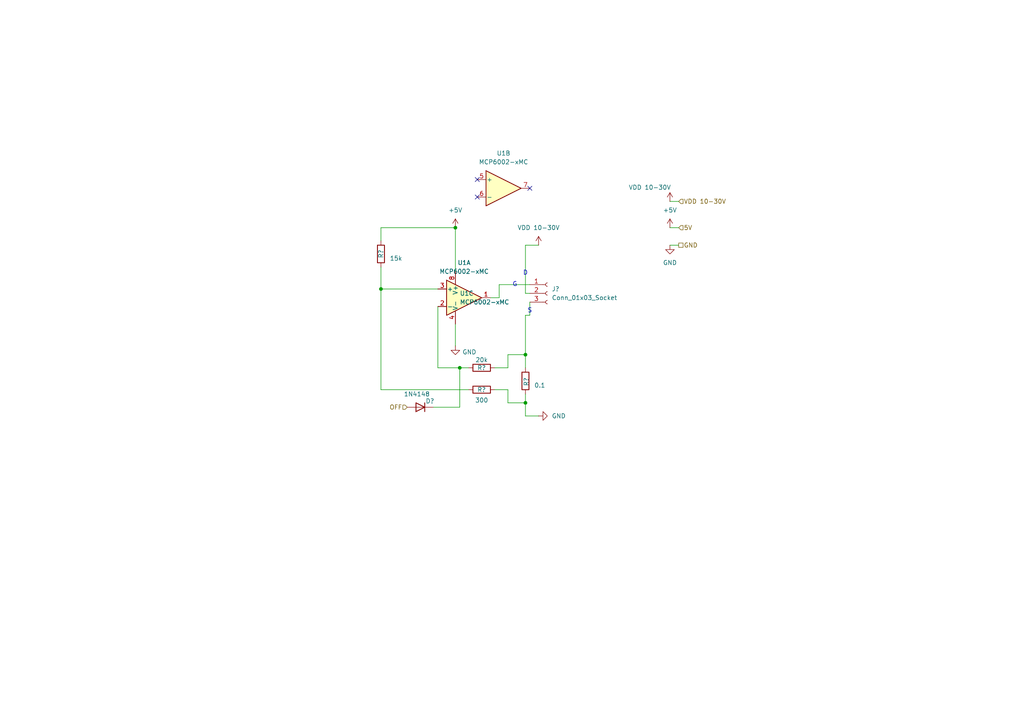
<source format=kicad_sch>
(kicad_sch (version 20231120) (generator "eeschema") (generator_version "8.0")
  (paper "A4")
  (lib_symbols
    (symbol "Amplifier_Operational:MCP6002-xMC" (pin_names (offset 0.127))
      (property "Reference" "U" (at 0 5.08 0))
      (property "Value" "MCP6002-xMC" (at 0 -5.08 0))
      (symbol "MCP6002-xMC_1_1"
        (polyline (pts (xy -5.08 5.08) (xy 5.08 0) (xy -5.08 -5.08) (xy -5.08 5.08)) (stroke (width 0.254)) (fill (type background)))
        (pin output line (at 7.62 0 180) (length 2.54) (name "~") (number "1"))
        (pin input line (at -7.62 -2.54 0) (length 2.54) (name "-") (number "2"))
        (pin input line (at -7.62 2.54 0) (length 2.54) (name "+") (number "3"))
      )
      (symbol "MCP6002-xMC_2_1"
        (polyline (pts (xy -5.08 5.08) (xy 5.08 0) (xy -5.08 -5.08) (xy -5.08 5.08)) (stroke (width 0.254)) (fill (type background)))
        (pin input line (at -7.62 2.54 0) (length 2.54) (name "+") (number "5"))
        (pin input line (at -7.62 -2.54 0) (length 2.54) (name "-") (number "6"))
        (pin output line (at 7.62 0 180) (length 2.54) (name "~") (number "7"))
      )
      (symbol "MCP6002-xMC_3_1"
        (pin power_in line (at -2.54 -7.62 90) (length 3.81) (name "V-") (number "4"))
        (pin power_in line (at -2.54 7.62 270) (length 3.81) (name "V+") (number "8"))
        (pin passive line (at -2.54 -7.62 90) (length 3.81) hide (name "V-") (number "9"))
      )
    )
    (symbol "Connector:Conn_01x03_Socket" (pin_names (offset 1.016) hide)
      (property "Reference" "J" (at 0 5.08 0))
      (property "Value" "Conn_01x03_Socket" (at 0 -5.08 0))
      (symbol "Conn_01x03_Socket_1_1"
        (arc (start 0 -2.032) (mid -0.5058 -2.54) (end 0 -3.048) (stroke (width 0.1524)))
        (polyline (pts (xy -1.27 -2.54) (xy -0.508 -2.54)) (stroke (width 0.1524)))
        (polyline (pts (xy -1.27 0) (xy -0.508 0)) (stroke (width 0.1524)))
        (polyline (pts (xy -1.27 2.54) (xy -0.508 2.54)) (stroke (width 0.1524)))
        (arc (start 0 0.508) (mid -0.5058 0) (end 0 -0.508) (stroke (width 0.1524)))
        (arc (start 0 3.048) (mid -0.5058 2.54) (end 0 2.032) (stroke (width 0.1524)))
        (pin passive line (at -5.08 2.54 0) (length 3.81) (name "Pin_1") (number "1"))
        (pin passive line (at -5.08 0 0) (length 3.81) (name "Pin_2") (number "2"))
        (pin passive line (at -5.08 -2.54 0) (length 3.81) (name "Pin_3") (number "3"))
      )
    )
    (symbol "Device:R" (pin_numbers hide) (pin_names (offset 0))
      (property "Reference" "R" (at 2.032 0 90))
      (property "Value" "R" (at 0 0 90))
      (symbol "R_0_1"
        (rectangle (start -1.016 -2.54) (end 1.016 2.54) (stroke (width 0.254)))
      )
      (symbol "R_1_1"
        (pin passive line (at 0 3.81 270) (length 1.27) (name "~") (number "1"))
        (pin passive line (at 0 -3.81 90) (length 1.27) (name "~") (number "2"))
      )
    )
    (symbol "Diode:1N4148" (pin_numbers hide) (pin_names hide)
      (property "Reference" "D" (at 0 2.54 0))
      (property "Value" "1N4148" (at 0 -2.54 0))
      (symbol "1N4148_0_1"
        (polyline (pts (xy -1.27 1.27) (xy -1.27 -1.27)) (stroke (width 0.254)))
        (polyline (pts (xy 1.27 0) (xy -1.27 0)))
        (polyline (pts (xy 1.27 1.27) (xy 1.27 -1.27) (xy -1.27 0) (xy 1.27 1.27)) (stroke (width 0.254)))
      )
      (symbol "1N4148_1_1"
        (pin passive line (at -3.81 0 0) (length 2.54) (name "K") (number "1"))
        (pin passive line (at 3.81 0 180) (length 2.54) (name "A") (number "2"))
      )
    )
    (symbol "power:+5V" (power) (pin_numbers hide) (pin_names (offset 0) hide)
      (property "Value" "+5V" (at 0 3.556 0))
      (symbol "+5V_0_1"
        (polyline (pts (xy -0.762 1.27) (xy 0 2.54)))
        (polyline (pts (xy 0 0) (xy 0 2.54)))
        (polyline (pts (xy 0 2.54) (xy 0.762 1.27)))
      )
      (symbol "+5V_1_1"
        (pin power_in line (at 0 0 90) (length 0) (name "~") (number "1"))
      )
    )
    (symbol "power:GND" (power) (pin_numbers hide) (pin_names (offset 0) hide)
      (property "Value" "GND" (at 0 -3.81 0))
      (symbol "GND_0_1"
        (polyline (pts (xy 0 0) (xy 0 -1.27) (xy 1.27 -1.27) (xy 0 -2.54) (xy -1.27 -1.27) (xy 0 -1.27)))
      )
      (symbol "GND_1_1"
        (pin power_in line (at 0 0 270) (length 0) (name "~") (number "1"))
      )
    )
    (symbol "power:VDD" (power) (pin_numbers hide) (pin_names (offset 0) hide)
      (property "Value" "VDD" (at 0 3.556 0))
      (symbol "VDD_0_1"
        (polyline (pts (xy -0.762 1.27) (xy 0 2.54)))
        (polyline (pts (xy 0 0) (xy 0 2.54)))
        (polyline (pts (xy 0 2.54) (xy 0.762 1.27)))
      )
      (symbol "VDD_1_1"
        (pin power_in line (at 0 0 90) (length 0) (name "~") (number "1"))
      )
    )
  )
  (junction (at 132.08 66.04))
  (junction (at 110.49 83.82))
  (junction (at 133.35 106.68))
  (junction (at 152.4 102.87))
  (junction (at 152.4 116.84))
  (no_connect (at 138.43 52.07))
  (no_connect (at 153.67 54.61))
  (no_connect (at 138.43 57.15))
  (wire (pts (xy 110.49 69.85) (xy 110.49 66.04)))
  (wire (pts (xy 152.4 85.09) (xy 153.67 85.09)))
  (wire (pts (xy 144.78 86.36) (xy 144.78 82.55)))
  (wire (pts (xy 147.32 113.03) (xy 147.32 116.84)))
  (wire (pts (xy 153.67 91.44) (xy 152.4 91.44)))
  (wire (pts (xy 194.31 71.12) (xy 196.85 71.12)))
  (wire (pts (xy 152.4 102.87) (xy 152.4 106.68)))
  (wire (pts (xy 144.78 82.55) (xy 153.67 82.55)))
  (wire (pts (xy 143.51 113.03) (xy 147.32 113.03)))
  (wire (pts (xy 153.67 87.63) (xy 153.67 91.44)))
  (wire (pts (xy 152.4 91.44) (xy 152.4 102.87)))
  (wire (pts (xy 152.4 120.65) (xy 156.21 120.65)))
  (wire (pts (xy 132.08 93.98) (xy 132.08 100.33)))
  (wire (pts (xy 152.4 114.3) (xy 152.4 116.84)))
  (wire (pts (xy 147.32 116.84) (xy 152.4 116.84)))
  (wire (pts (xy 133.35 106.68) (xy 135.89 106.68)))
  (wire (pts (xy 194.31 66.04) (xy 196.85 66.04)))
  (wire (pts (xy 194.31 58.42) (xy 196.85 58.42)))
  (wire (pts (xy 147.32 106.68) (xy 147.32 102.87)))
  (wire (pts (xy 152.4 71.12) (xy 152.4 85.09)))
  (wire (pts (xy 132.08 66.04) (xy 132.08 78.74)))
  (wire (pts (xy 127 106.68) (xy 133.35 106.68)))
  (wire (pts (xy 125.73 118.11) (xy 133.35 118.11)))
  (wire (pts (xy 142.24 86.36) (xy 144.78 86.36)))
  (wire (pts (xy 152.4 116.84) (xy 152.4 120.65)))
  (wire (pts (xy 110.49 113.03) (xy 135.89 113.03)))
  (wire (pts (xy 127 88.9) (xy 127 106.68)))
  (wire (pts (xy 110.49 66.04) (xy 132.08 66.04)))
  (wire (pts (xy 143.51 106.68) (xy 147.32 106.68)))
  (wire (pts (xy 110.49 83.82) (xy 127 83.82)))
  (wire (pts (xy 133.35 118.11) (xy 133.35 106.68)))
  (wire (pts (xy 152.4 71.12) (xy 156.21 71.12)))
  (wire (pts (xy 147.32 102.87) (xy 152.4 102.87)))
  (wire (pts (xy 110.49 83.82) (xy 110.49 113.03)))
  (wire (pts (xy 110.49 77.47) (xy 110.49 83.82)))
  (text "D" (at 152.4 79.248 0) (effects (font (size 1.27 1.27))))
  (text "G\n" (at 149.352 82.55 0) (effects (font (size 1.27 1.27))))
  (text "S" (at 153.67 90.17 0) (effects (font (size 1.27 1.27))))
  (hierarchical_label "VDD 10-30V" (shape input) (at 196.85 58.42 0))
  (hierarchical_label "5V" (shape input) (at 196.85 66.04 0))
  (hierarchical_label "GND" (shape passive) (at 196.85 71.12 0))
  (hierarchical_label "OFF" (shape input) (at 118.11 118.11 180))
  (symbol (lib_id "Amplifier_Operational:MCP6002-xMC") (at 146.05 54.61 0) (unit 2)
    (property "Reference" "U1" (at 146.05 44.45 0))
    (property "Value" "MCP6002-xMC" (at 146.05 46.99 0))
    (property "Footprint" "Package_DIP:DIP-8_W7.62mm" (effects (hide yes)))
    (property "Datasheet" "http://ww1.microchip.com/downloads/en/DeviceDoc/21733j.pdf" (effects (hide yes)))
    (property "Description" "1MHz, Low-Power Op Amp, DFN-8" (effects (hide yes)))
  )
  (symbol (lib_id "power:+5V") (at 132.08 66.04 0) (unit 1)
    (property "Reference" "#PWR021" (effects (hide yes)))
    (property "Value" "+5V" (at 132.08 60.96 0))
    (property "Description" "Power symbol creates a global label with name \"+5V\"" (effects (hide yes)))
  )
  (symbol (lib_id "power:GND") (at 194.31 71.12 0) (unit 1)
    (property "Reference" "#PWR024" (effects (hide yes)))
    (property "Value" "GND" (at 194.31 76.2 0))
    (property "Description" "Power symbol creates a global label with name \"GND\" , ground" (effects (hide yes)))
  )
  (symbol (lib_id "power:VDD") (at 194.31 58.42 0) (unit 1)
    (property "Reference" "#PWR020" (effects (hide yes)))
    (property "Value" "VDD 10-30V" (at 188.468 54.356 0))
    (property "Description" "Power symbol creates a global label with name \"VDD\"" (effects (hide yes)))
  )
  (symbol (lib_id "Device:R") (at 139.7 113.03 90) (unit 1)
    (property "Reference" "R?" (at 139.7 113.03 90))
    (property "Value" "300" (at 139.7 116.078 90))
    (property "Footprint" "Resistor_THT:R_Axial_DIN0204_L3.6mm_D1.6mm_P5.08mm_Horizontal" (effects (hide yes)))
    (property "Description" "Resistor" (effects (hide yes)))
  )
  (symbol (lib_id "Device:R") (at 110.49 73.66 0) (unit 1)
    (property "Reference" "R?" (at 110.49 74.93 90) (effects (justify left)))
    (property "Value" "15k" (at 113.03 74.9299 0) (effects (justify left)))
    (property "Footprint" "Resistor_THT:R_Axial_DIN0204_L3.6mm_D1.6mm_P5.08mm_Horizontal" (effects (hide yes)))
    (property "Description" "Resistor" (effects (hide yes)))
  )
  (symbol (lib_id "power:GND") (at 156.21 120.65 90) (unit 1)
    (property "Reference" "#PWR?" (effects (hide yes)))
    (property "Value" "GND" (at 160.02 120.6499 90) (effects (justify right)))
    (property "Description" "Power symbol creates a global label with name \"GND\" , ground" (effects (hide yes)))
  )
  (symbol (lib_id "Device:R") (at 139.7 106.68 90) (unit 1)
    (property "Reference" "R?" (at 139.7 106.68 90))
    (property "Value" "20k" (at 139.7 104.394 90))
    (property "Footprint" "Resistor_THT:R_Axial_DIN0204_L3.6mm_D1.6mm_P5.08mm_Horizontal" (effects (hide yes)))
    (property "Description" "Resistor" (effects (hide yes)))
  )
  (symbol (lib_id "power:VDD") (at 156.21 71.12 0) (unit 1)
    (property "Reference" "#PWR023" (effects (hide yes)))
    (property "Value" "VDD 10-30V" (at 156.21 66.04 0))
    (property "Description" "Power symbol creates a global label with name \"VDD\"" (effects (hide yes)))
  )
  (symbol (lib_id "Device:R") (at 152.4 110.49 0) (unit 1)
    (property "Reference" "R?" (at 152.654 112.014 90) (effects (justify left)))
    (property "Value" "0.1" (at 154.94 111.7599 0) (effects (justify left)))
    (property "Footprint" "Resistor_THT:R_Axial_DIN0207_L6.3mm_D2.5mm_P15.24mm_Horizontal" (effects (hide yes)))
    (property "Description" "Resistor" (effects (hide yes)))
  )
  (symbol (lib_id "Connector:Conn_01x03_Socket") (at 158.75 85.09 0) (unit 1)
    (property "Reference" "J?" (at 160.02 83.8199 0) (effects (justify left)))
    (property "Value" "Conn_01x03_Socket" (at 160.02 86.3599 0) (effects (justify left)))
    (property "Footprint" "Connector:FanPinHeader_1x03_P2.54mm_Vertical" (effects (hide yes)))
    (property "Description" "Generic connector, single row, 01x03, script generated" (effects (hide yes)))
  )
  (symbol (lib_id "Diode:1N4148") (at 121.92 118.11 180) (unit 1)
    (property "Reference" "D?" (at 124.714 116.332 0))
    (property "Value" "1N4148" (at 120.904 114.3 0))
    (property "Footprint" "Diode_THT:D_DO-35_SOD27_P7.62mm_Horizontal" (effects (hide yes)))
    (property "Datasheet" "https://assets.nexperia.com/documents/data-sheet/1N4148_1N4448.pdf" (effects (hide yes)))
    (property "Description" "100V 0.15A standard switching diode, DO-35" (effects (hide yes)))
    (property "Sim.Device" "D" (effects (hide yes)))
    (property "Sim.Pins" "1=K 2=A" (effects (hide yes)))
  )
  (symbol (lib_id "Amplifier_Operational:MCP6002-xMC") (at 134.62 86.36 0) (unit 1)
    (property "Reference" "U1" (at 134.62 76.2 0))
    (property "Value" "MCP6002-xMC" (at 134.62 78.74 0))
    (property "Footprint" "Package_DIP:DIP-8_W7.62mm" (effects (hide yes)))
    (property "Datasheet" "http://ww1.microchip.com/downloads/en/DeviceDoc/21733j.pdf" (effects (hide yes)))
    (property "Description" "1MHz, Low-Power Op Amp, DFN-8" (effects (hide yes)))
  )
  (symbol (lib_id "power:GND") (at 132.08 100.33 0) (unit 1)
    (property "Reference" "#PWR?" (effects (hide yes)))
    (property "Value" "GND" (at 136.144 102.108 0))
    (property "Description" "Power symbol creates a global label with name \"GND\" , ground" (effects (hide yes)))
  )
  (symbol (lib_id "power:+5V") (at 194.31 66.04 0) (unit 1)
    (property "Reference" "#PWR022" (effects (hide yes)))
    (property "Value" "+5V" (at 194.31 60.96 0))
    (property "Description" "Power symbol creates a global label with name \"+5V\"" (effects (hide yes)))
  )
  (symbol (lib_id "Amplifier_Operational:MCP6002-xMC") (at 134.62 86.36 0) (unit 3)
    (property "Reference" "U1" (at 133.35 85.0899 0) (effects (justify left)))
    (property "Value" "MCP6002-xMC" (at 133.35 87.6299 0) (effects (justify left)))
    (property "Footprint" "Package_DIP:DIP-8_W7.62mm" (effects (hide yes)))
    (property "Datasheet" "http://ww1.microchip.com/downloads/en/DeviceDoc/21733j.pdf" (effects (hide yes)))
    (property "Description" "1MHz, Low-Power Op Amp, DFN-8" (effects (hide yes)))
  )
)
</source>
